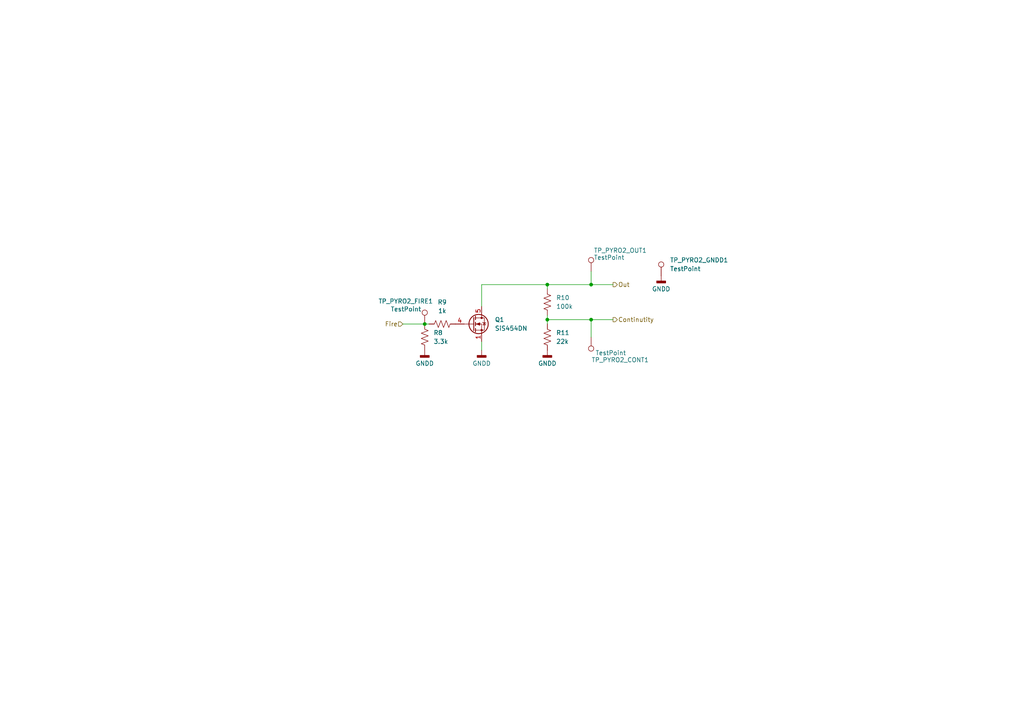
<source format=kicad_sch>
(kicad_sch (version 20250114) (generator "eeschema") (generator_version "9.0")
  (paper "A4")
  (title_block (date "2025-04-10") (company "Rowan Rocketry"))
  (lib_symbols
    (symbol "Connector:TestPoint" (pin_numbers (hide yes)) (pin_names (offset 0.762) (hide yes))
      (property "Reference" "TP" (at 0 6.858 0))
      (property "Value" "TestPoint" (at 0 5.08 0))
      (symbol "TestPoint_0_1"
        (circle (center 0 3.302) (radius 0.762))
      )
      (symbol "TestPoint_1_1"
        (pin passive line (at 0 0 90) (length 2.54) (name "1") (number "1"))
      )
    )
    (symbol "Device:R_US" (pin_numbers (hide yes)) (pin_names (offset 0))
      (property "Reference" "R" (at 2.54 0 90))
      (property "Value" "R_US" (at -2.54 0 90))
      (symbol "R_US_0_1"
        (polyline (pts (xy 0 2.286) (xy 0 2.54)))
        (polyline (pts (xy 0 2.286) (xy 1.016 1.905) (xy 0 1.524) (xy -1.016 1.143) (xy 0 0.762)))
        (polyline (pts (xy 0 0.762) (xy 1.016 0.381) (xy 0 0) (xy -1.016 -0.381) (xy 0 -0.762)))
        (polyline (pts (xy 0 -0.762) (xy 1.016 -1.143) (xy 0 -1.524) (xy -1.016 -1.905) (xy 0 -2.286)))
        (polyline (pts (xy 0 -2.286) (xy 0 -2.54)))
      )
      (symbol "R_US_1_1"
        (pin passive line (at 0 3.81 270) (length 1.27) (name "~") (number "1"))
        (pin passive line (at 0 -3.81 90) (length 1.27) (name "~") (number "2"))
      )
    )
    (symbol "Transistor_FET:SiS454DN" (pin_names (hide yes))
      (property "Reference" "Q" (at 5.08 1.905 0))
      (property "Value" "SiS454DN" (at 5.08 0 0))
      (symbol "SiS454DN_0_1"
        (polyline (pts (xy 0.254 1.905) (xy 0.254 -1.905)) (stroke (width 0.254)))
        (polyline (pts (xy 0.254 0) (xy -2.54 0)))
        (polyline (pts (xy 0.762 2.286) (xy 0.762 1.27)) (stroke (width 0.254)))
        (polyline (pts (xy 0.762 0.508) (xy 0.762 -0.508)) (stroke (width 0.254)))
        (polyline (pts (xy 0.762 -1.27) (xy 0.762 -2.286)) (stroke (width 0.254)))
        (polyline (pts (xy 0.762 -1.778) (xy 3.302 -1.778) (xy 3.302 1.778) (xy 0.762 1.778)))
        (polyline (pts (xy 1.016 0) (xy 2.032 0.381) (xy 2.032 -0.381) (xy 1.016 0)) (fill (type outline)))
        (circle (center 1.651 0) (radius 2.794) (stroke (width 0.254)))
        (polyline (pts (xy 2.54 2.54) (xy 2.54 1.778)))
        (circle (center 2.54 1.778) (radius 0.254) (fill (type outline)))
        (circle (center 2.54 -1.778) (radius 0.254) (fill (type outline)))
        (polyline (pts (xy 2.54 -2.54) (xy 2.54 0) (xy 0.762 0)))
        (polyline (pts (xy 2.794 0.508) (xy 2.921 0.381) (xy 3.683 0.381) (xy 3.81 0.254)))
        (polyline (pts (xy 3.302 0.381) (xy 2.921 -0.254) (xy 3.683 -0.254) (xy 3.302 0.381)))
      )
      (symbol "SiS454DN_1_1"
        (pin input line (at -5.08 0 0) (length 2.54) (name "G") (number "4"))
        (pin passive line (at 2.54 5.08 270) (length 2.54) (name "D") (number "5"))
        (pin passive line (at 2.54 -5.08 90) (length 2.54) (name "S") (number "1"))
        (pin passive line (at 2.54 -5.08 90) (length 2.54) (hide yes) (name "S") (number "2"))
        (pin passive line (at 2.54 -5.08 90) (length 2.54) (hide yes) (name "S") (number "3"))
      )
    )
    (symbol "power:GNDD" (power) (pin_numbers (hide yes)) (pin_names (offset 0) (hide yes))
      (property "Value" "GNDD" (at 0 -3.175 0))
      (symbol "GNDD_0_1"
        (rectangle (start -1.27 -1.524) (end 1.27 -2.032) (stroke (width 0.254)) (fill (type outline)))
        (polyline (pts (xy 0 0) (xy 0 -1.524)))
      )
      (symbol "GNDD_1_1"
        (pin power_in line (at 0 0 270) (length 0) (name "~") (number "1"))
      )
    )
  )
  (junction (at 158.75 92.71))
  (junction (at 123.19 93.98))
  (junction (at 158.75 82.55))
  (junction (at 171.45 92.71))
  (junction (at 171.45 82.55))
  (wire (pts (xy 158.75 82.55) (xy 171.45 82.55)))
  (wire (pts (xy 158.75 82.55) (xy 158.75 83.82)))
  (wire (pts (xy 158.75 91.44) (xy 158.75 92.71)))
  (wire (pts (xy 139.7 88.9) (xy 139.7 82.55)))
  (wire (pts (xy 171.45 92.71) (xy 171.45 97.79)))
  (wire (pts (xy 171.45 82.55) (xy 177.8 82.55)))
  (wire (pts (xy 171.45 92.71) (xy 158.75 92.71)))
  (wire (pts (xy 177.8 92.71) (xy 171.45 92.71)))
  (wire (pts (xy 158.75 92.71) (xy 158.75 93.98)))
  (wire (pts (xy 139.7 82.55) (xy 158.75 82.55)))
  (wire (pts (xy 139.7 101.6) (xy 139.7 99.06)))
  (wire (pts (xy 171.45 78.74) (xy 171.45 82.55)))
  (wire (pts (xy 124.46 93.98) (xy 123.19 93.98)))
  (wire (pts (xy 116.84 93.98) (xy 123.19 93.98)))
  (hierarchical_label "Fire" (shape input) (at 116.84 93.98 180))
  (hierarchical_label "Continutity" (shape output) (at 177.8 92.71 0))
  (hierarchical_label "Out" (shape output) (at 177.8 82.55 0))
  (symbol (lib_id "Device:R_US") (at 123.19 97.79 180) (unit 1)
    (property "Reference" "R8" (at 125.73 96.5199 0) (effects (justify right)))
    (property "Value" "3.3k" (at 125.73 99.0599 0) (effects (justify right)))
    (property "Footprint" "Resistor_SMD:R_0603_1608Metric_Pad0.98x0.95mm_HandSolder" (effects (hide yes)))
    (property "Description" "Resistor, US symbol" (effects (hide yes)))
    (instances (project "control-module" (path "" (reference "R8") (unit 1)) (path "" (reference "R12") (unit 1))))
  )
  (symbol (lib_id "Connector:TestPoint") (at 171.45 97.79 180) (unit 1)
    (property "Reference" "TP_PYRO2_CONT1" (at 188.214 104.394 0) (effects (justify left)))
    (property "Value" "TestPoint" (at 181.61 102.362 0) (effects (justify left)))
    (property "Footprint" "TestPoint:TestPoint_Loop_D2.54mm_Drill1.5mm_Beaded" (effects (hide yes)))
    (property "Datasheet" "https://www.keyelco.com/userAssets/file/M65p56.pdf" (effects (hide yes)))
    (property "Description" "test point" (effects (hide yes)))
    (property "Purchase" "https://www.digikey.com/en/products/detail/keystone-electronics/5000/255326" (effects (hide yes)))
    (instances (project "control-module" (path "" (reference "TP_PYRO2_CONT1") (unit 1)) (path "" (reference "TP_PYRO1_CONT1") (unit 1))))
  )
  (symbol (lib_id "Connector:TestPoint") (at 171.45 78.74 0) (unit 1)
    (property "Reference" "TP_PYRO2_OUT1" (at 172.212 72.644 0) (effects (justify left)))
    (property "Value" "TestPoint" (at 172.212 74.676 0) (effects (justify left)))
    (property "Footprint" "TestPoint:TestPoint_Loop_D2.54mm_Drill1.5mm_Beaded" (effects (hide yes)))
    (property "Datasheet" "https://www.keyelco.com/userAssets/file/M65p56.pdf" (effects (hide yes)))
    (property "Description" "test point" (effects (hide yes)))
    (property "Purchase" "https://www.digikey.com/en/products/detail/keystone-electronics/5000/255326" (effects (hide yes)))
    (instances (project "control-module" (path "" (reference "TP_PYRO2_OUT1") (unit 1)) (path "" (reference "TP_PYRO1_OUT1") (unit 1))))
  )
  (symbol (lib_id "Connector:TestPoint") (at 191.77 80.01 0) (unit 1)
    (property "Reference" "TP_PYRO2_GNDD1" (at 194.31 75.4379 0) (effects (justify left)))
    (property "Value" "TestPoint" (at 194.31 77.9779 0) (effects (justify left)))
    (property "Footprint" "TestPoint:TestPoint_Loop_D2.54mm_Drill1.5mm_Beaded" (effects (hide yes)))
    (property "Datasheet" "https://www.keyelco.com/userAssets/file/M65p56.pdf" (effects (hide yes)))
    (property "Description" "test point" (effects (hide yes)))
    (property "Purchase" "https://www.digikey.com/en/products/detail/keystone-electronics/5000/255326" (effects (hide yes)))
    (instances (project "control-module" (path "" (reference "TP_PYRO2_GNDD1") (unit 1)) (path "" (reference "TP_PYRO1_GNDD1") (unit 1))))
  )
  (symbol (lib_id "power:GNDD") (at 139.7 101.6 0) (unit 1)
    (property "Reference" "#PWR057" (effects (hide yes)))
    (property "Value" "GNDD" (at 139.7 105.41 0))
    (property "Description" "Power symbol creates a global label with name \"GNDD\" , digital ground" (effects (hide yes)))
    (instances (project "control-module" (path "" (reference "#PWR057") (unit 1)) (path "" (reference "#PWR074") (unit 1))))
  )
  (symbol (lib_id "Device:R_US") (at 158.75 97.79 180) (unit 1)
    (property "Reference" "R11" (at 161.29 96.5199 0) (effects (justify right)))
    (property "Value" "22k" (at 161.29 99.0599 0) (effects (justify right)))
    (property "Footprint" "Resistor_SMD:R_0603_1608Metric_Pad0.98x0.95mm_HandSolder" (effects (hide yes)))
    (property "Description" "Resistor, US symbol" (effects (hide yes)))
    (instances (project "control-module" (path "" (reference "R11") (unit 1)) (path "" (reference "R15") (unit 1))))
  )
  (symbol (lib_id "power:GNDD") (at 191.77 80.01 0) (unit 1)
    (property "Reference" "#PWR059" (effects (hide yes)))
    (property "Value" "GNDD" (at 191.77 83.82 0))
    (property "Description" "Power symbol creates a global label with name \"GNDD\" , digital ground" (effects (hide yes)))
    (instances (project "" (path "" (reference "#PWR059") (unit 1)) (path "" (reference "#PWR076") (unit 1))))
  )
  (symbol (lib_id "Connector:TestPoint") (at 123.19 93.98 0) (unit 1)
    (property "Reference" "TP_PYRO2_FIRE1" (at 109.728 87.376 0) (effects (justify left)))
    (property "Value" "TestPoint" (at 113.284 89.662 0) (effects (justify left)))
    (property "Footprint" "TestPoint:TestPoint_Loop_D2.54mm_Drill1.5mm_Beaded" (effects (hide yes)))
    (property "Datasheet" "https://www.keyelco.com/userAssets/file/M65p56.pdf" (effects (hide yes)))
    (property "Description" "test point" (effects (hide yes)))
    (property "Purchase" "https://www.digikey.com/en/products/detail/keystone-electronics/5000/255326" (effects (hide yes)))
    (instances (project "control-module" (path "" (reference "TP_PYRO2_FIRE1") (unit 1)) (path "" (reference "TP_PYRO1_FIRE1") (unit 1))))
  )
  (symbol (lib_id "power:GNDD") (at 158.75 101.6 0) (unit 1)
    (property "Reference" "#PWR058" (effects (hide yes)))
    (property "Value" "GNDD" (at 158.75 105.41 0))
    (property "Description" "Power symbol creates a global label with name \"GNDD\" , digital ground" (effects (hide yes)))
    (instances (project "control-module" (path "" (reference "#PWR058") (unit 1)) (path "" (reference "#PWR075") (unit 1))))
  )
  (symbol (lib_id "power:GNDD") (at 123.19 101.6 0) (unit 1)
    (property "Reference" "#PWR056" (effects (hide yes)))
    (property "Value" "GNDD" (at 123.19 105.41 0))
    (property "Description" "Power symbol creates a global label with name \"GNDD\" , digital ground" (effects (hide yes)))
    (instances (project "control-module" (path "" (reference "#PWR056") (unit 1)) (path "" (reference "#PWR073") (unit 1))))
  )
  (symbol (lib_id "Device:R_US") (at 128.27 93.98 90) (unit 1)
    (property "Reference" "R9" (at 128.27 87.63 90))
    (property "Value" "1k" (at 128.27 90.17 90))
    (property "Footprint" "Resistor_SMD:R_0603_1608Metric_Pad0.98x0.95mm_HandSolder" (effects (hide yes)))
    (property "Description" "Resistor, US symbol" (effects (hide yes)))
    (instances (project "control-module" (path "" (reference "R9") (unit 1)) (path "" (reference "R13") (unit 1))))
  )
  (symbol (lib_id "Transistor_FET:SiS454DN") (at 137.16 93.98 0) (unit 1)
    (property "Reference" "Q1" (at 143.51 92.7099 0) (effects (justify left)))
    (property "Value" "SiS454DN" (at 143.51 95.2499 0) (effects (justify left)))
    (property "Footprint" "Package_SO:Vishay_PowerPAK_1212-8_Single" (effects (hide yes)))
    (property "Datasheet" "https://www.vishay.com/docs/66707/sis454dn.pdf" (effects (hide yes)))
    (property "Description" "35A Id, 20V Vds, N-Channel MOSFET, PowerPAK 1212-8 Single" (effects (hide yes)))
    (instances (project "control-module" (path "" (reference "Q1") (unit 1)) (path "" (reference "Q2") (unit 1))))
  )
  (symbol (lib_id "Device:R_US") (at 158.75 87.63 180) (unit 1)
    (property "Reference" "R10" (at 161.29 86.3599 0) (effects (justify right)))
    (property "Value" "100k" (at 161.29 88.8999 0) (effects (justify right)))
    (property "Footprint" "Resistor_SMD:R_0603_1608Metric_Pad0.98x0.95mm_HandSolder" (effects (hide yes)))
    (property "Description" "Resistor, US symbol" (effects (hide yes)))
    (instances (project "control-module" (path "" (reference "R10") (unit 1)) (path "" (reference "R14") (unit 1))))
  )
)
</source>
